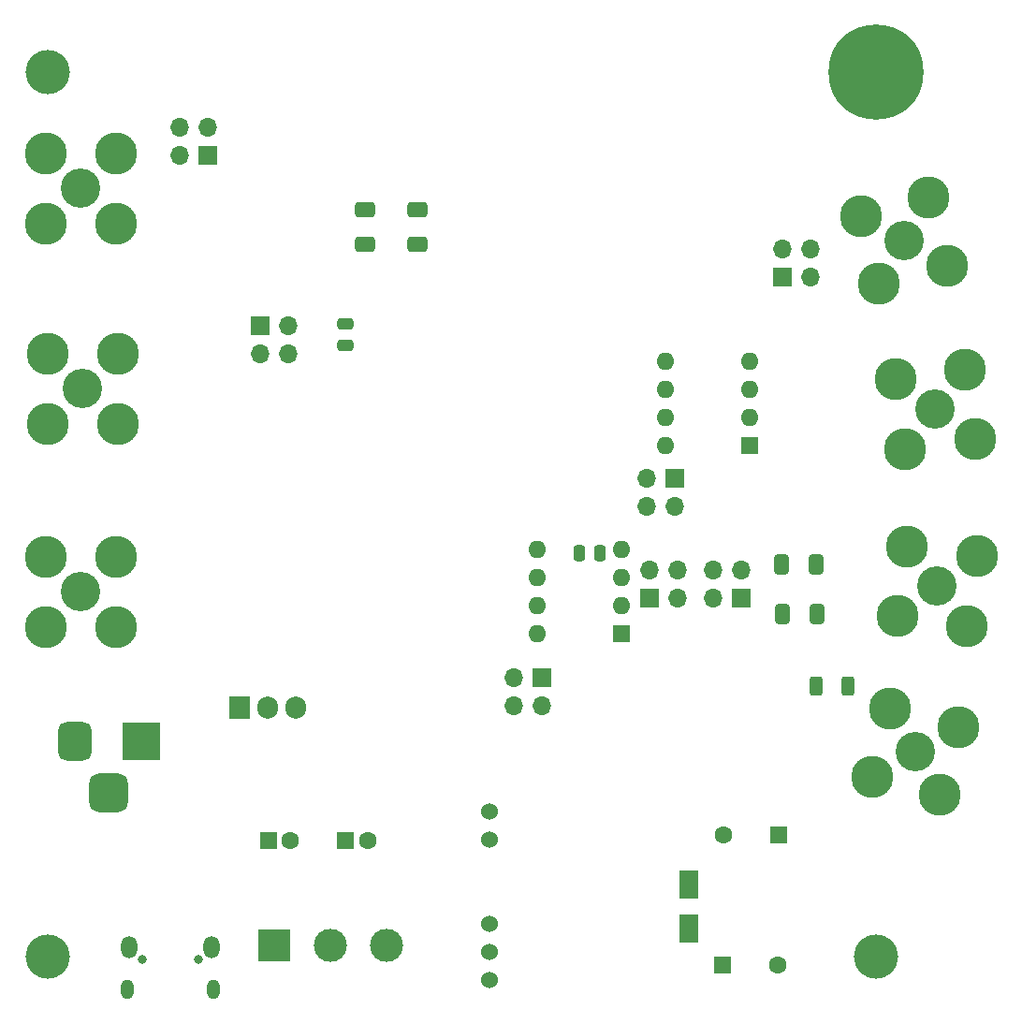
<source format=gbr>
%TF.GenerationSoftware,KiCad,Pcbnew,(6.0.0)*%
%TF.CreationDate,2022-08-23T11:31:34-04:00*%
%TF.ProjectId,Impedance_Analyzer_V2,496d7065-6461-46e6-9365-5f416e616c79,rev?*%
%TF.SameCoordinates,Original*%
%TF.FileFunction,Soldermask,Bot*%
%TF.FilePolarity,Negative*%
%FSLAX46Y46*%
G04 Gerber Fmt 4.6, Leading zero omitted, Abs format (unit mm)*
G04 Created by KiCad (PCBNEW (6.0.0)) date 2022-08-23 11:31:34*
%MOMM*%
%LPD*%
G01*
G04 APERTURE LIST*
G04 Aperture macros list*
%AMRoundRect*
0 Rectangle with rounded corners*
0 $1 Rounding radius*
0 $2 $3 $4 $5 $6 $7 $8 $9 X,Y pos of 4 corners*
0 Add a 4 corners polygon primitive as box body*
4,1,4,$2,$3,$4,$5,$6,$7,$8,$9,$2,$3,0*
0 Add four circle primitives for the rounded corners*
1,1,$1+$1,$2,$3*
1,1,$1+$1,$4,$5*
1,1,$1+$1,$6,$7*
1,1,$1+$1,$8,$9*
0 Add four rect primitives between the rounded corners*
20,1,$1+$1,$2,$3,$4,$5,0*
20,1,$1+$1,$4,$5,$6,$7,0*
20,1,$1+$1,$6,$7,$8,$9,0*
20,1,$1+$1,$8,$9,$2,$3,0*%
G04 Aperture macros list end*
%ADD10C,3.556000*%
%ADD11C,3.810000*%
%ADD12R,1.600000X1.600000*%
%ADD13O,1.600000X1.600000*%
%ADD14C,1.600000*%
%ADD15R,3.500000X3.500000*%
%ADD16RoundRect,0.750000X-0.750000X-1.000000X0.750000X-1.000000X0.750000X1.000000X-0.750000X1.000000X0*%
%ADD17RoundRect,0.875000X-0.875000X-0.875000X0.875000X-0.875000X0.875000X0.875000X-0.875000X0.875000X0*%
%ADD18O,0.800000X0.800000*%
%ADD19O,1.150000X1.800000*%
%ADD20O,1.450000X2.000000*%
%ADD21R,1.905000X2.000000*%
%ADD22O,1.905000X2.000000*%
%ADD23C,8.600000*%
%ADD24C,4.000000*%
%ADD25R,3.000000X3.000000*%
%ADD26C,3.000000*%
%ADD27C,1.524000*%
%ADD28R,1.700000X1.700000*%
%ADD29O,1.700000X1.700000*%
%ADD30RoundRect,0.250000X-0.475000X0.250000X-0.475000X-0.250000X0.475000X-0.250000X0.475000X0.250000X0*%
%ADD31RoundRect,0.250000X0.250000X0.475000X-0.250000X0.475000X-0.250000X-0.475000X0.250000X-0.475000X0*%
%ADD32RoundRect,0.250000X0.312500X0.625000X-0.312500X0.625000X-0.312500X-0.625000X0.312500X-0.625000X0*%
%ADD33RoundRect,0.250000X-0.650000X0.412500X-0.650000X-0.412500X0.650000X-0.412500X0.650000X0.412500X0*%
%ADD34RoundRect,0.250000X-0.412500X-0.650000X0.412500X-0.650000X0.412500X0.650000X-0.412500X0.650000X0*%
%ADD35R,1.800000X2.500000*%
G04 APERTURE END LIST*
D10*
%TO.C,J2*%
X78175000Y-86125000D03*
D11*
X75000000Y-82950000D03*
X81350000Y-89300000D03*
X75000000Y-89300000D03*
X81350000Y-82950000D03*
%TD*%
D10*
%TO.C,J6*%
X152500000Y-72750000D03*
D11*
X150254936Y-76638565D03*
X156388565Y-74995064D03*
X148611435Y-70504936D03*
X154745064Y-68861435D03*
%TD*%
D10*
%TO.C,J7*%
X153500000Y-119000000D03*
D11*
X151254936Y-115111435D03*
X149611435Y-121245064D03*
X155745064Y-122888565D03*
X157388565Y-116754936D03*
%TD*%
D12*
%TO.C,U3*%
X126950000Y-108300000D03*
D13*
X126950000Y-105760000D03*
X126950000Y-103220000D03*
X126950000Y-100680000D03*
X119330000Y-100680000D03*
X119330000Y-103220000D03*
X119330000Y-105760000D03*
X119330000Y-108300000D03*
%TD*%
D10*
%TO.C,J5*%
X155500000Y-104000000D03*
D11*
X159085976Y-101297773D03*
X158202227Y-107585976D03*
X151914024Y-106702227D03*
X152797773Y-100414024D03*
%TD*%
D10*
%TO.C,J4*%
X155325000Y-88000000D03*
D11*
X158027227Y-84414024D03*
X152622773Y-91585976D03*
X151739024Y-85297773D03*
X158910976Y-90702227D03*
%TD*%
D12*
%TO.C,U4*%
X138500000Y-91250000D03*
D13*
X138500000Y-88710000D03*
X138500000Y-86170000D03*
X138500000Y-83630000D03*
X130880000Y-83630000D03*
X130880000Y-86170000D03*
X130880000Y-88710000D03*
X130880000Y-91250000D03*
%TD*%
D12*
%TO.C,C4*%
X95000000Y-127000000D03*
D14*
X97000000Y-127000000D03*
%TD*%
D15*
%TO.C,J8*%
X83500000Y-118000000D03*
D16*
X77500000Y-118000000D03*
D17*
X80500000Y-122700000D03*
%TD*%
D18*
%TO.C,J9*%
X88625000Y-137750000D03*
X83625000Y-137750000D03*
D19*
X82250000Y-140500000D03*
X90000000Y-140500000D03*
D20*
X82400000Y-136700000D03*
X89850000Y-136700000D03*
%TD*%
D12*
%TO.C,C6*%
X102000000Y-127000000D03*
D14*
X104000000Y-127000000D03*
%TD*%
D21*
%TO.C,U5*%
X92420000Y-115000000D03*
D22*
X94960000Y-115000000D03*
X97500000Y-115000000D03*
%TD*%
D12*
%TO.C,C7*%
X141152651Y-126500000D03*
D14*
X136152651Y-126500000D03*
%TD*%
D12*
%TO.C,C9*%
X136097349Y-138250000D03*
D14*
X141097349Y-138250000D03*
%TD*%
D23*
%TO.C,H1*%
X150000000Y-57500000D03*
%TD*%
D24*
%TO.C,H2*%
X75000000Y-137500000D03*
%TD*%
%TO.C,H4*%
X150000000Y-137500000D03*
%TD*%
%TO.C,H3*%
X75000000Y-57500000D03*
%TD*%
D10*
%TO.C,J1*%
X78000000Y-68000000D03*
D11*
X74825000Y-64825000D03*
X81175000Y-64825000D03*
X81175000Y-71175000D03*
X74825000Y-71175000D03*
%TD*%
D25*
%TO.C,J11*%
X95500000Y-136500000D03*
D26*
X100580000Y-136500000D03*
X105660000Y-136500000D03*
%TD*%
D27*
%TO.C,Reg1*%
X115000000Y-124380000D03*
X115000000Y-126920000D03*
X115000000Y-134540000D03*
X115000000Y-137080000D03*
X115000000Y-139620000D03*
%TD*%
D28*
%TO.C,J16*%
X94225000Y-80475000D03*
D29*
X96765000Y-80475000D03*
X94225000Y-83015000D03*
X96765000Y-83015000D03*
%TD*%
D28*
%TO.C,J15*%
X89540000Y-65040000D03*
D29*
X87000000Y-65040000D03*
X89540000Y-62500000D03*
X87000000Y-62500000D03*
%TD*%
D28*
%TO.C,J13*%
X129500000Y-105040000D03*
D29*
X129500000Y-102500000D03*
X132040000Y-105040000D03*
X132040000Y-102500000D03*
%TD*%
D28*
%TO.C,J10*%
X119725000Y-112275000D03*
D29*
X119725000Y-114815000D03*
X117185000Y-112275000D03*
X117185000Y-114815000D03*
%TD*%
D10*
%TO.C,J3*%
X78000000Y-104500000D03*
D11*
X81175000Y-101325000D03*
X74825000Y-107675000D03*
X74825000Y-101325000D03*
X81175000Y-107675000D03*
%TD*%
D28*
%TO.C,J17*%
X141500000Y-76000000D03*
D29*
X141500000Y-73460000D03*
X144040000Y-76000000D03*
X144040000Y-73460000D03*
%TD*%
D28*
%TO.C,J12*%
X131775000Y-94225000D03*
D29*
X131775000Y-96765000D03*
X129235000Y-94225000D03*
X129235000Y-96765000D03*
%TD*%
D28*
%TO.C,J14*%
X137775000Y-105040000D03*
D29*
X135235000Y-105040000D03*
X137775000Y-102500000D03*
X135235000Y-102500000D03*
%TD*%
D30*
%TO.C,C20*%
X102000000Y-80300000D03*
X102000000Y-82200000D03*
%TD*%
D31*
%TO.C,C21*%
X125000000Y-101000000D03*
X123100000Y-101000000D03*
%TD*%
D32*
%TO.C,R16*%
X147462500Y-113000000D03*
X144537500Y-113000000D03*
%TD*%
D33*
%TO.C,C12*%
X108500000Y-69937500D03*
X108500000Y-73062500D03*
%TD*%
%TO.C,C11*%
X103750000Y-69937500D03*
X103750000Y-73062500D03*
%TD*%
D34*
%TO.C,C13*%
X141387500Y-102000000D03*
X144512500Y-102000000D03*
%TD*%
%TO.C,C2*%
X141487500Y-106500000D03*
X144612500Y-106500000D03*
%TD*%
D35*
%TO.C,D6*%
X133000000Y-135000000D03*
X133000000Y-131000000D03*
%TD*%
M02*

</source>
